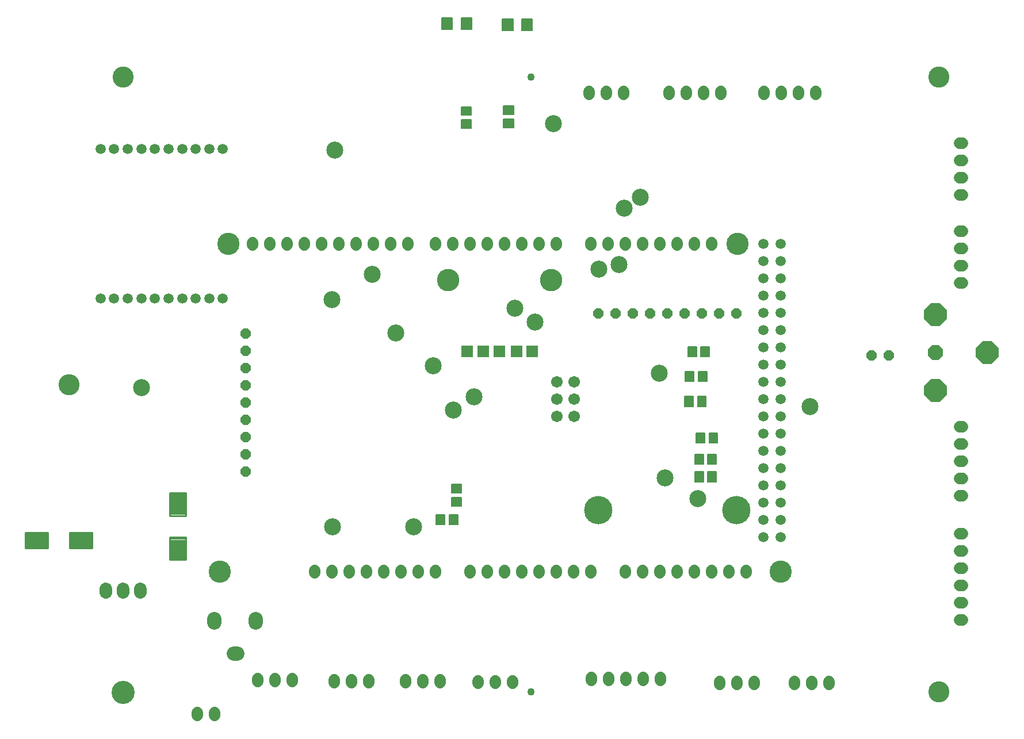
<source format=gts>
G75*
%MOIN*%
%OFA0B0*%
%FSLAX25Y25*%
%IPPOS*%
%LPD*%
%AMOC8*
5,1,8,0,0,1.08239X$1,22.5*
%
%ADD10C,0.12211*%
%ADD11C,0.04337*%
%ADD12OC8,0.08650*%
%ADD13OC8,0.13100*%
%ADD14C,0.05950*%
%ADD15C,0.06800*%
%ADD16C,0.08274*%
%ADD17C,0.07200*%
%ADD18C,0.13400*%
%ADD19C,0.06737*%
%ADD20C,0.06737*%
%ADD21C,0.12900*%
%ADD22OC8,0.05950*%
%ADD23C,0.16400*%
%ADD24C,0.12998*%
%ADD25R,0.07000X0.07000*%
%ADD26C,0.01024*%
%ADD27OC8,0.06000*%
%ADD28C,0.00670*%
%ADD29C,0.00552*%
%ADD30C,0.09849*%
D10*
X0197112Y0099307D03*
X0165616Y0277457D03*
X0197112Y0455606D03*
X0669553Y0455606D03*
X0669553Y0099307D03*
D11*
X0433333Y0099307D03*
X0433333Y0455606D03*
D12*
X0667821Y0296157D03*
D13*
X0667821Y0318157D03*
X0697821Y0296157D03*
X0667821Y0274157D03*
D14*
X0577865Y0279088D03*
X0567865Y0279088D03*
X0567865Y0269088D03*
X0567865Y0259088D03*
X0577865Y0259088D03*
X0577865Y0269088D03*
X0577865Y0249088D03*
X0567865Y0249088D03*
X0567865Y0239088D03*
X0567865Y0229088D03*
X0577865Y0229088D03*
X0577865Y0239088D03*
X0577865Y0219088D03*
X0577865Y0209088D03*
X0567865Y0209088D03*
X0567865Y0219088D03*
X0567865Y0199088D03*
X0577865Y0199088D03*
X0577865Y0189088D03*
X0567865Y0189088D03*
X0567865Y0289088D03*
X0577865Y0289088D03*
X0577865Y0299088D03*
X0567865Y0299088D03*
X0567865Y0309088D03*
X0577865Y0309088D03*
X0577865Y0319088D03*
X0567865Y0319088D03*
X0567865Y0329088D03*
X0577865Y0329088D03*
X0577865Y0339088D03*
X0567865Y0339088D03*
X0567865Y0349088D03*
X0577865Y0349088D03*
X0577865Y0359088D03*
X0567865Y0359088D03*
X0254832Y0327413D03*
X0246958Y0327413D03*
X0239084Y0327413D03*
X0231210Y0327413D03*
X0223336Y0327413D03*
X0215462Y0327413D03*
X0207588Y0327413D03*
X0199714Y0327413D03*
X0191840Y0327413D03*
X0183966Y0327413D03*
X0183966Y0414027D03*
X0191840Y0414027D03*
X0199714Y0414027D03*
X0207588Y0414027D03*
X0215462Y0414027D03*
X0223336Y0414027D03*
X0231210Y0414027D03*
X0239084Y0414027D03*
X0246958Y0414027D03*
X0254832Y0414027D03*
D15*
X0467033Y0445712D02*
X0467033Y0447312D01*
X0477033Y0447312D02*
X0477033Y0445712D01*
X0487033Y0445712D02*
X0487033Y0447312D01*
X0513215Y0447312D02*
X0513215Y0445712D01*
X0523215Y0445712D02*
X0523215Y0447312D01*
X0533215Y0447312D02*
X0533215Y0445712D01*
X0543215Y0445712D02*
X0543215Y0447312D01*
X0568333Y0447312D02*
X0568333Y0445712D01*
X0578333Y0445712D02*
X0578333Y0447312D01*
X0588333Y0447312D02*
X0588333Y0445712D01*
X0598333Y0445712D02*
X0598333Y0447312D01*
X0681706Y0417457D02*
X0683306Y0417457D01*
X0683306Y0407457D02*
X0681706Y0407457D01*
X0681706Y0397457D02*
X0683306Y0397457D01*
X0683306Y0387457D02*
X0681706Y0387457D01*
X0681706Y0366276D02*
X0683306Y0366276D01*
X0683306Y0356276D02*
X0681706Y0356276D01*
X0681706Y0346276D02*
X0683306Y0346276D01*
X0683306Y0336276D02*
X0681706Y0336276D01*
X0681706Y0253165D02*
X0683306Y0253165D01*
X0683306Y0243165D02*
X0681706Y0243165D01*
X0681706Y0233165D02*
X0683306Y0233165D01*
X0683306Y0223165D02*
X0681706Y0223165D01*
X0681706Y0213165D02*
X0683306Y0213165D01*
X0683306Y0191236D02*
X0681706Y0191236D01*
X0681706Y0181236D02*
X0683306Y0181236D01*
X0683306Y0171236D02*
X0681706Y0171236D01*
X0681706Y0161236D02*
X0683306Y0161236D01*
X0683306Y0151236D02*
X0681706Y0151236D01*
X0681706Y0141236D02*
X0683306Y0141236D01*
X0606139Y0105529D02*
X0606139Y0103929D01*
X0596139Y0103929D02*
X0596139Y0105529D01*
X0586139Y0105529D02*
X0586139Y0103929D01*
X0562602Y0103929D02*
X0562602Y0105529D01*
X0552602Y0105529D02*
X0552602Y0103929D01*
X0542602Y0103929D02*
X0542602Y0105529D01*
X0508367Y0106101D02*
X0508367Y0107701D01*
X0498367Y0107701D02*
X0498367Y0106101D01*
X0488367Y0106101D02*
X0488367Y0107701D01*
X0478367Y0107701D02*
X0478367Y0106101D01*
X0468367Y0106101D02*
X0468367Y0107701D01*
X0422665Y0105929D02*
X0422665Y0104329D01*
X0412665Y0104329D02*
X0412665Y0105929D01*
X0402665Y0105929D02*
X0402665Y0104329D01*
X0380665Y0104729D02*
X0380665Y0106329D01*
X0370665Y0106329D02*
X0370665Y0104729D01*
X0360665Y0104729D02*
X0360665Y0106329D01*
X0339465Y0106329D02*
X0339465Y0104729D01*
X0329465Y0104729D02*
X0329465Y0106329D01*
X0319465Y0106329D02*
X0319465Y0104729D01*
X0295065Y0105529D02*
X0295065Y0107129D01*
X0285065Y0107129D02*
X0285065Y0105529D01*
X0275065Y0105529D02*
X0275065Y0107129D01*
X0250144Y0087312D02*
X0250144Y0085712D01*
X0240144Y0085712D02*
X0240144Y0087312D01*
D16*
X0260931Y0121759D02*
X0262900Y0121759D01*
X0273726Y0139672D02*
X0273726Y0141641D01*
X0249711Y0141641D02*
X0249711Y0139672D01*
D17*
X0187029Y0157243D02*
X0187029Y0158943D01*
X0197029Y0158943D02*
X0197029Y0157243D01*
X0207029Y0157243D02*
X0207029Y0158943D01*
D18*
X0197029Y0099093D03*
D19*
X0307865Y0168296D02*
X0307865Y0169880D01*
X0317865Y0169880D02*
X0317865Y0168296D01*
X0327865Y0168296D02*
X0327865Y0169880D01*
X0337865Y0169880D02*
X0337865Y0168296D01*
X0347865Y0168296D02*
X0347865Y0169880D01*
X0357865Y0169880D02*
X0357865Y0168296D01*
X0367865Y0168296D02*
X0367865Y0169880D01*
X0377865Y0169880D02*
X0377865Y0168296D01*
X0397865Y0168296D02*
X0397865Y0169880D01*
X0407865Y0169880D02*
X0407865Y0168296D01*
X0417865Y0168296D02*
X0417865Y0169880D01*
X0427865Y0169880D02*
X0427865Y0168296D01*
X0437865Y0168296D02*
X0437865Y0169880D01*
X0447865Y0169880D02*
X0447865Y0168296D01*
X0457865Y0168296D02*
X0457865Y0169880D01*
X0467865Y0169880D02*
X0467865Y0168296D01*
X0487865Y0168296D02*
X0487865Y0169880D01*
X0497865Y0169880D02*
X0497865Y0168296D01*
X0507865Y0168296D02*
X0507865Y0169880D01*
X0517865Y0169880D02*
X0517865Y0168296D01*
X0527865Y0168296D02*
X0527865Y0169880D01*
X0537865Y0169880D02*
X0537865Y0168296D01*
X0547865Y0168296D02*
X0547865Y0169880D01*
X0557865Y0169880D02*
X0557865Y0168296D01*
X0537865Y0358296D02*
X0537865Y0359880D01*
X0527865Y0359880D02*
X0527865Y0358296D01*
X0517865Y0358296D02*
X0517865Y0359880D01*
X0507865Y0359880D02*
X0507865Y0358296D01*
X0497865Y0358296D02*
X0497865Y0359880D01*
X0487865Y0359880D02*
X0487865Y0358296D01*
X0477865Y0358296D02*
X0477865Y0359880D01*
X0467865Y0359880D02*
X0467865Y0358296D01*
X0447865Y0358296D02*
X0447865Y0359880D01*
X0437865Y0359880D02*
X0437865Y0358296D01*
X0427865Y0358296D02*
X0427865Y0359880D01*
X0417865Y0359880D02*
X0417865Y0358296D01*
X0407865Y0358296D02*
X0407865Y0359880D01*
X0397865Y0359880D02*
X0397865Y0358296D01*
X0387865Y0358296D02*
X0387865Y0359880D01*
X0377865Y0359880D02*
X0377865Y0358296D01*
X0361865Y0358296D02*
X0361865Y0359880D01*
X0351865Y0359880D02*
X0351865Y0358296D01*
X0341865Y0358296D02*
X0341865Y0359880D01*
X0331865Y0359880D02*
X0331865Y0358296D01*
X0321865Y0358296D02*
X0321865Y0359880D01*
X0311865Y0359880D02*
X0311865Y0358296D01*
X0301865Y0358296D02*
X0301865Y0359880D01*
X0291865Y0359880D02*
X0291865Y0358296D01*
X0281865Y0358296D02*
X0281865Y0359880D01*
X0271865Y0359880D02*
X0271865Y0358296D01*
D20*
X0448365Y0279088D03*
X0458365Y0279088D03*
X0458365Y0269088D03*
X0458365Y0259088D03*
X0448365Y0259088D03*
X0448365Y0269088D03*
D21*
X0552865Y0359088D03*
X0577865Y0169088D03*
X0257865Y0359088D03*
X0252865Y0169088D03*
D22*
X0268136Y0227024D03*
X0268136Y0237024D03*
X0268136Y0247024D03*
X0268136Y0257024D03*
X0268136Y0267024D03*
X0268136Y0277024D03*
X0268136Y0287024D03*
X0268136Y0297024D03*
X0268136Y0307024D03*
X0472215Y0318710D03*
X0482215Y0318710D03*
X0492215Y0318710D03*
X0502215Y0318710D03*
X0512215Y0318710D03*
X0522215Y0318710D03*
X0532215Y0318710D03*
X0542215Y0318710D03*
X0552215Y0318710D03*
D23*
X0552215Y0204710D03*
X0472215Y0204710D03*
D24*
X0445081Y0337945D03*
X0385238Y0337945D03*
D25*
X0396262Y0296606D03*
X0405711Y0296606D03*
X0415159Y0296606D03*
X0425002Y0296606D03*
X0434057Y0296606D03*
D26*
X0223999Y0214743D02*
X0223999Y0201587D01*
X0223999Y0214743D02*
X0233217Y0214743D01*
X0233217Y0201587D01*
X0223999Y0201587D01*
X0223999Y0202610D02*
X0233217Y0202610D01*
X0233217Y0203633D02*
X0223999Y0203633D01*
X0223999Y0204656D02*
X0233217Y0204656D01*
X0233217Y0205679D02*
X0223999Y0205679D01*
X0223999Y0206702D02*
X0233217Y0206702D01*
X0233217Y0207725D02*
X0223999Y0207725D01*
X0223999Y0208748D02*
X0233217Y0208748D01*
X0233217Y0209771D02*
X0223999Y0209771D01*
X0223999Y0210794D02*
X0233217Y0210794D01*
X0233217Y0211817D02*
X0223999Y0211817D01*
X0223999Y0212840D02*
X0233217Y0212840D01*
X0233217Y0213863D02*
X0223999Y0213863D01*
X0223999Y0189153D02*
X0223999Y0175997D01*
X0223999Y0189153D02*
X0233217Y0189153D01*
X0233217Y0175997D01*
X0223999Y0175997D01*
X0223999Y0177020D02*
X0233217Y0177020D01*
X0233217Y0178043D02*
X0223999Y0178043D01*
X0223999Y0179066D02*
X0233217Y0179066D01*
X0233217Y0180089D02*
X0223999Y0180089D01*
X0223999Y0181112D02*
X0233217Y0181112D01*
X0233217Y0182135D02*
X0223999Y0182135D01*
X0223999Y0183158D02*
X0233217Y0183158D01*
X0233217Y0184181D02*
X0223999Y0184181D01*
X0223999Y0185204D02*
X0233217Y0185204D01*
X0233217Y0186227D02*
X0223999Y0186227D01*
X0223999Y0187250D02*
X0233217Y0187250D01*
X0233217Y0188273D02*
X0223999Y0188273D01*
X0179084Y0182690D02*
X0165928Y0182690D01*
X0165928Y0191908D01*
X0179084Y0191908D01*
X0179084Y0182690D01*
X0179084Y0183713D02*
X0165928Y0183713D01*
X0165928Y0184736D02*
X0179084Y0184736D01*
X0179084Y0185759D02*
X0165928Y0185759D01*
X0165928Y0186782D02*
X0179084Y0186782D01*
X0179084Y0187805D02*
X0165928Y0187805D01*
X0165928Y0188828D02*
X0179084Y0188828D01*
X0179084Y0189851D02*
X0165928Y0189851D01*
X0165928Y0190874D02*
X0179084Y0190874D01*
X0179084Y0191897D02*
X0165928Y0191897D01*
X0153493Y0182690D02*
X0140337Y0182690D01*
X0140337Y0191908D01*
X0153493Y0191908D01*
X0153493Y0182690D01*
X0153493Y0183713D02*
X0140337Y0183713D01*
X0140337Y0184736D02*
X0153493Y0184736D01*
X0153493Y0185759D02*
X0140337Y0185759D01*
X0140337Y0186782D02*
X0153493Y0186782D01*
X0153493Y0187805D02*
X0140337Y0187805D01*
X0140337Y0188828D02*
X0153493Y0188828D01*
X0153493Y0189851D02*
X0140337Y0189851D01*
X0140337Y0190874D02*
X0153493Y0190874D01*
X0153493Y0191897D02*
X0140337Y0191897D01*
D27*
X0630695Y0294583D03*
X0640695Y0294583D03*
D28*
X0434071Y0482704D02*
X0428043Y0482704D01*
X0428043Y0489532D01*
X0434071Y0489532D01*
X0434071Y0482704D01*
X0434071Y0483373D02*
X0428043Y0483373D01*
X0428043Y0484042D02*
X0434071Y0484042D01*
X0434071Y0484711D02*
X0428043Y0484711D01*
X0428043Y0485380D02*
X0434071Y0485380D01*
X0434071Y0486049D02*
X0428043Y0486049D01*
X0428043Y0486718D02*
X0434071Y0486718D01*
X0434071Y0487387D02*
X0428043Y0487387D01*
X0428043Y0488056D02*
X0434071Y0488056D01*
X0434071Y0488725D02*
X0428043Y0488725D01*
X0428043Y0489394D02*
X0434071Y0489394D01*
X0422874Y0482704D02*
X0416846Y0482704D01*
X0416846Y0489532D01*
X0422874Y0489532D01*
X0422874Y0482704D01*
X0422874Y0483373D02*
X0416846Y0483373D01*
X0416846Y0484042D02*
X0422874Y0484042D01*
X0422874Y0484711D02*
X0416846Y0484711D01*
X0416846Y0485380D02*
X0422874Y0485380D01*
X0422874Y0486049D02*
X0416846Y0486049D01*
X0416846Y0486718D02*
X0422874Y0486718D01*
X0422874Y0487387D02*
X0416846Y0487387D01*
X0416846Y0488056D02*
X0422874Y0488056D01*
X0422874Y0488725D02*
X0416846Y0488725D01*
X0416846Y0489394D02*
X0422874Y0489394D01*
X0399032Y0490123D02*
X0393004Y0490123D01*
X0399032Y0490123D02*
X0399032Y0483295D01*
X0393004Y0483295D01*
X0393004Y0490123D01*
X0393004Y0483964D02*
X0399032Y0483964D01*
X0399032Y0484633D02*
X0393004Y0484633D01*
X0393004Y0485302D02*
X0399032Y0485302D01*
X0399032Y0485971D02*
X0393004Y0485971D01*
X0393004Y0486640D02*
X0399032Y0486640D01*
X0399032Y0487309D02*
X0393004Y0487309D01*
X0393004Y0487978D02*
X0399032Y0487978D01*
X0399032Y0488647D02*
X0393004Y0488647D01*
X0393004Y0489316D02*
X0399032Y0489316D01*
X0399032Y0489985D02*
X0393004Y0489985D01*
X0387835Y0490123D02*
X0381807Y0490123D01*
X0387835Y0490123D02*
X0387835Y0483295D01*
X0381807Y0483295D01*
X0381807Y0490123D01*
X0381807Y0483964D02*
X0387835Y0483964D01*
X0387835Y0484633D02*
X0381807Y0484633D01*
X0381807Y0485302D02*
X0387835Y0485302D01*
X0387835Y0485971D02*
X0381807Y0485971D01*
X0381807Y0486640D02*
X0387835Y0486640D01*
X0387835Y0487309D02*
X0381807Y0487309D01*
X0381807Y0487978D02*
X0387835Y0487978D01*
X0387835Y0488647D02*
X0381807Y0488647D01*
X0381807Y0489316D02*
X0387835Y0489316D01*
X0387835Y0489985D02*
X0381807Y0489985D01*
D29*
X0398808Y0438601D02*
X0398808Y0433635D01*
X0393054Y0433635D01*
X0393054Y0438601D01*
X0398808Y0438601D01*
X0398808Y0434186D02*
X0393054Y0434186D01*
X0393054Y0434737D02*
X0398808Y0434737D01*
X0398808Y0435288D02*
X0393054Y0435288D01*
X0393054Y0435839D02*
X0398808Y0435839D01*
X0398808Y0436390D02*
X0393054Y0436390D01*
X0393054Y0436941D02*
X0398808Y0436941D01*
X0398808Y0437492D02*
X0393054Y0437492D01*
X0393054Y0438043D02*
X0398808Y0438043D01*
X0398808Y0438594D02*
X0393054Y0438594D01*
X0398808Y0431121D02*
X0398808Y0426155D01*
X0393054Y0426155D01*
X0393054Y0431121D01*
X0398808Y0431121D01*
X0398808Y0426706D02*
X0393054Y0426706D01*
X0393054Y0427257D02*
X0398808Y0427257D01*
X0398808Y0427808D02*
X0393054Y0427808D01*
X0393054Y0428359D02*
X0398808Y0428359D01*
X0398808Y0428910D02*
X0393054Y0428910D01*
X0393054Y0429461D02*
X0398808Y0429461D01*
X0398808Y0430012D02*
X0393054Y0430012D01*
X0393054Y0430563D02*
X0398808Y0430563D01*
X0398808Y0431114D02*
X0393054Y0431114D01*
X0423218Y0431514D02*
X0423218Y0426548D01*
X0417464Y0426548D01*
X0417464Y0431514D01*
X0423218Y0431514D01*
X0423218Y0427099D02*
X0417464Y0427099D01*
X0417464Y0427650D02*
X0423218Y0427650D01*
X0423218Y0428201D02*
X0417464Y0428201D01*
X0417464Y0428752D02*
X0423218Y0428752D01*
X0423218Y0429303D02*
X0417464Y0429303D01*
X0417464Y0429854D02*
X0423218Y0429854D01*
X0423218Y0430405D02*
X0417464Y0430405D01*
X0417464Y0430956D02*
X0423218Y0430956D01*
X0423218Y0431507D02*
X0417464Y0431507D01*
X0423218Y0434029D02*
X0423218Y0438995D01*
X0423218Y0434029D02*
X0417464Y0434029D01*
X0417464Y0438995D01*
X0423218Y0438995D01*
X0423218Y0434580D02*
X0417464Y0434580D01*
X0417464Y0435131D02*
X0423218Y0435131D01*
X0423218Y0435682D02*
X0417464Y0435682D01*
X0417464Y0436233D02*
X0423218Y0436233D01*
X0423218Y0436784D02*
X0417464Y0436784D01*
X0417464Y0437335D02*
X0423218Y0437335D01*
X0423218Y0437886D02*
X0417464Y0437886D01*
X0417464Y0438437D02*
X0423218Y0438437D01*
X0423218Y0438988D02*
X0417464Y0438988D01*
X0524354Y0293674D02*
X0529320Y0293674D01*
X0524354Y0293674D02*
X0524354Y0299428D01*
X0529320Y0299428D01*
X0529320Y0293674D01*
X0529320Y0294225D02*
X0524354Y0294225D01*
X0524354Y0294776D02*
X0529320Y0294776D01*
X0529320Y0295327D02*
X0524354Y0295327D01*
X0524354Y0295878D02*
X0529320Y0295878D01*
X0529320Y0296429D02*
X0524354Y0296429D01*
X0524354Y0296980D02*
X0529320Y0296980D01*
X0529320Y0297531D02*
X0524354Y0297531D01*
X0524354Y0298082D02*
X0529320Y0298082D01*
X0529320Y0298633D02*
X0524354Y0298633D01*
X0524354Y0299184D02*
X0529320Y0299184D01*
X0531834Y0293674D02*
X0536800Y0293674D01*
X0531834Y0293674D02*
X0531834Y0299428D01*
X0536800Y0299428D01*
X0536800Y0293674D01*
X0536800Y0294225D02*
X0531834Y0294225D01*
X0531834Y0294776D02*
X0536800Y0294776D01*
X0536800Y0295327D02*
X0531834Y0295327D01*
X0531834Y0295878D02*
X0536800Y0295878D01*
X0536800Y0296429D02*
X0531834Y0296429D01*
X0531834Y0296980D02*
X0536800Y0296980D01*
X0536800Y0297531D02*
X0531834Y0297531D01*
X0531834Y0298082D02*
X0536800Y0298082D01*
X0536800Y0298633D02*
X0531834Y0298633D01*
X0531834Y0299184D02*
X0536800Y0299184D01*
X0535225Y0279501D02*
X0530259Y0279501D01*
X0530259Y0285255D01*
X0535225Y0285255D01*
X0535225Y0279501D01*
X0535225Y0280052D02*
X0530259Y0280052D01*
X0530259Y0280603D02*
X0535225Y0280603D01*
X0535225Y0281154D02*
X0530259Y0281154D01*
X0530259Y0281705D02*
X0535225Y0281705D01*
X0535225Y0282256D02*
X0530259Y0282256D01*
X0530259Y0282807D02*
X0535225Y0282807D01*
X0535225Y0283358D02*
X0530259Y0283358D01*
X0530259Y0283909D02*
X0535225Y0283909D01*
X0535225Y0284460D02*
X0530259Y0284460D01*
X0530259Y0285011D02*
X0535225Y0285011D01*
X0527745Y0279501D02*
X0522779Y0279501D01*
X0522779Y0285255D01*
X0527745Y0285255D01*
X0527745Y0279501D01*
X0527745Y0280052D02*
X0522779Y0280052D01*
X0522779Y0280603D02*
X0527745Y0280603D01*
X0527745Y0281154D02*
X0522779Y0281154D01*
X0522779Y0281705D02*
X0527745Y0281705D01*
X0527745Y0282256D02*
X0522779Y0282256D01*
X0522779Y0282807D02*
X0527745Y0282807D01*
X0527745Y0283358D02*
X0522779Y0283358D01*
X0522779Y0283909D02*
X0527745Y0283909D01*
X0527745Y0284460D02*
X0522779Y0284460D01*
X0522779Y0285011D02*
X0527745Y0285011D01*
X0527351Y0264934D02*
X0522385Y0264934D01*
X0522385Y0270688D01*
X0527351Y0270688D01*
X0527351Y0264934D01*
X0527351Y0265485D02*
X0522385Y0265485D01*
X0522385Y0266036D02*
X0527351Y0266036D01*
X0527351Y0266587D02*
X0522385Y0266587D01*
X0522385Y0267138D02*
X0527351Y0267138D01*
X0527351Y0267689D02*
X0522385Y0267689D01*
X0522385Y0268240D02*
X0527351Y0268240D01*
X0527351Y0268791D02*
X0522385Y0268791D01*
X0522385Y0269342D02*
X0527351Y0269342D01*
X0527351Y0269893D02*
X0522385Y0269893D01*
X0522385Y0270444D02*
X0527351Y0270444D01*
X0529865Y0264934D02*
X0534831Y0264934D01*
X0529865Y0264934D02*
X0529865Y0270688D01*
X0534831Y0270688D01*
X0534831Y0264934D01*
X0534831Y0265485D02*
X0529865Y0265485D01*
X0529865Y0266036D02*
X0534831Y0266036D01*
X0534831Y0266587D02*
X0529865Y0266587D01*
X0529865Y0267138D02*
X0534831Y0267138D01*
X0534831Y0267689D02*
X0529865Y0267689D01*
X0529865Y0268240D02*
X0534831Y0268240D01*
X0534831Y0268791D02*
X0529865Y0268791D01*
X0529865Y0269342D02*
X0534831Y0269342D01*
X0534831Y0269893D02*
X0529865Y0269893D01*
X0529865Y0270444D02*
X0534831Y0270444D01*
X0534044Y0243674D02*
X0529078Y0243674D01*
X0529078Y0249428D01*
X0534044Y0249428D01*
X0534044Y0243674D01*
X0534044Y0244225D02*
X0529078Y0244225D01*
X0529078Y0244776D02*
X0534044Y0244776D01*
X0534044Y0245327D02*
X0529078Y0245327D01*
X0529078Y0245878D02*
X0534044Y0245878D01*
X0534044Y0246429D02*
X0529078Y0246429D01*
X0529078Y0246980D02*
X0534044Y0246980D01*
X0534044Y0247531D02*
X0529078Y0247531D01*
X0529078Y0248082D02*
X0534044Y0248082D01*
X0534044Y0248633D02*
X0529078Y0248633D01*
X0529078Y0249184D02*
X0534044Y0249184D01*
X0536558Y0243674D02*
X0541524Y0243674D01*
X0536558Y0243674D02*
X0536558Y0249428D01*
X0541524Y0249428D01*
X0541524Y0243674D01*
X0541524Y0244225D02*
X0536558Y0244225D01*
X0536558Y0244776D02*
X0541524Y0244776D01*
X0541524Y0245327D02*
X0536558Y0245327D01*
X0536558Y0245878D02*
X0541524Y0245878D01*
X0541524Y0246429D02*
X0536558Y0246429D01*
X0536558Y0246980D02*
X0541524Y0246980D01*
X0541524Y0247531D02*
X0536558Y0247531D01*
X0536558Y0248082D02*
X0541524Y0248082D01*
X0541524Y0248633D02*
X0536558Y0248633D01*
X0536558Y0249184D02*
X0541524Y0249184D01*
X0540737Y0231469D02*
X0535771Y0231469D01*
X0535771Y0237223D01*
X0540737Y0237223D01*
X0540737Y0231469D01*
X0540737Y0232020D02*
X0535771Y0232020D01*
X0535771Y0232571D02*
X0540737Y0232571D01*
X0540737Y0233122D02*
X0535771Y0233122D01*
X0535771Y0233673D02*
X0540737Y0233673D01*
X0540737Y0234224D02*
X0535771Y0234224D01*
X0535771Y0234775D02*
X0540737Y0234775D01*
X0540737Y0235326D02*
X0535771Y0235326D01*
X0535771Y0235877D02*
X0540737Y0235877D01*
X0540737Y0236428D02*
X0535771Y0236428D01*
X0535771Y0236979D02*
X0540737Y0236979D01*
X0533257Y0231469D02*
X0528291Y0231469D01*
X0528291Y0237223D01*
X0533257Y0237223D01*
X0533257Y0231469D01*
X0533257Y0232020D02*
X0528291Y0232020D01*
X0528291Y0232571D02*
X0533257Y0232571D01*
X0533257Y0233122D02*
X0528291Y0233122D01*
X0528291Y0233673D02*
X0533257Y0233673D01*
X0533257Y0234224D02*
X0528291Y0234224D01*
X0528291Y0234775D02*
X0533257Y0234775D01*
X0533257Y0235326D02*
X0528291Y0235326D01*
X0528291Y0235877D02*
X0533257Y0235877D01*
X0533257Y0236428D02*
X0528291Y0236428D01*
X0528291Y0236979D02*
X0533257Y0236979D01*
X0533257Y0221233D02*
X0528291Y0221233D01*
X0528291Y0226987D01*
X0533257Y0226987D01*
X0533257Y0221233D01*
X0533257Y0221784D02*
X0528291Y0221784D01*
X0528291Y0222335D02*
X0533257Y0222335D01*
X0533257Y0222886D02*
X0528291Y0222886D01*
X0528291Y0223437D02*
X0533257Y0223437D01*
X0533257Y0223988D02*
X0528291Y0223988D01*
X0528291Y0224539D02*
X0533257Y0224539D01*
X0533257Y0225090D02*
X0528291Y0225090D01*
X0528291Y0225641D02*
X0533257Y0225641D01*
X0533257Y0226192D02*
X0528291Y0226192D01*
X0528291Y0226743D02*
X0533257Y0226743D01*
X0535771Y0221233D02*
X0540737Y0221233D01*
X0535771Y0221233D02*
X0535771Y0226987D01*
X0540737Y0226987D01*
X0540737Y0221233D01*
X0540737Y0221784D02*
X0535771Y0221784D01*
X0535771Y0222335D02*
X0540737Y0222335D01*
X0540737Y0222886D02*
X0535771Y0222886D01*
X0535771Y0223437D02*
X0540737Y0223437D01*
X0540737Y0223988D02*
X0535771Y0223988D01*
X0535771Y0224539D02*
X0540737Y0224539D01*
X0540737Y0225090D02*
X0535771Y0225090D01*
X0535771Y0225641D02*
X0540737Y0225641D01*
X0540737Y0226192D02*
X0535771Y0226192D01*
X0535771Y0226743D02*
X0540737Y0226743D01*
X0393099Y0219703D02*
X0393099Y0214737D01*
X0387345Y0214737D01*
X0387345Y0219703D01*
X0393099Y0219703D01*
X0393099Y0215288D02*
X0387345Y0215288D01*
X0387345Y0215839D02*
X0393099Y0215839D01*
X0393099Y0216390D02*
X0387345Y0216390D01*
X0387345Y0216941D02*
X0393099Y0216941D01*
X0393099Y0217492D02*
X0387345Y0217492D01*
X0387345Y0218043D02*
X0393099Y0218043D01*
X0393099Y0218594D02*
X0387345Y0218594D01*
X0387345Y0219145D02*
X0393099Y0219145D01*
X0393099Y0219696D02*
X0387345Y0219696D01*
X0393099Y0212223D02*
X0393099Y0207257D01*
X0387345Y0207257D01*
X0387345Y0212223D01*
X0393099Y0212223D01*
X0393099Y0207808D02*
X0387345Y0207808D01*
X0387345Y0208359D02*
X0393099Y0208359D01*
X0393099Y0208910D02*
X0387345Y0208910D01*
X0387345Y0209461D02*
X0393099Y0209461D01*
X0393099Y0210012D02*
X0387345Y0210012D01*
X0387345Y0210563D02*
X0393099Y0210563D01*
X0393099Y0211114D02*
X0387345Y0211114D01*
X0387345Y0211665D02*
X0393099Y0211665D01*
X0393099Y0212216D02*
X0387345Y0212216D01*
X0385968Y0196430D02*
X0390934Y0196430D01*
X0385968Y0196430D02*
X0385968Y0202184D01*
X0390934Y0202184D01*
X0390934Y0196430D01*
X0390934Y0196981D02*
X0385968Y0196981D01*
X0385968Y0197532D02*
X0390934Y0197532D01*
X0390934Y0198083D02*
X0385968Y0198083D01*
X0385968Y0198634D02*
X0390934Y0198634D01*
X0390934Y0199185D02*
X0385968Y0199185D01*
X0385968Y0199736D02*
X0390934Y0199736D01*
X0390934Y0200287D02*
X0385968Y0200287D01*
X0385968Y0200838D02*
X0390934Y0200838D01*
X0390934Y0201389D02*
X0385968Y0201389D01*
X0385968Y0201940D02*
X0390934Y0201940D01*
X0383453Y0196430D02*
X0378487Y0196430D01*
X0378487Y0202184D01*
X0383453Y0202184D01*
X0383453Y0196430D01*
X0383453Y0196981D02*
X0378487Y0196981D01*
X0378487Y0197532D02*
X0383453Y0197532D01*
X0383453Y0198083D02*
X0378487Y0198083D01*
X0378487Y0198634D02*
X0383453Y0198634D01*
X0383453Y0199185D02*
X0378487Y0199185D01*
X0378487Y0199736D02*
X0383453Y0199736D01*
X0383453Y0200287D02*
X0378487Y0200287D01*
X0378487Y0200838D02*
X0383453Y0200838D01*
X0383453Y0201389D02*
X0378487Y0201389D01*
X0378487Y0201940D02*
X0383453Y0201940D01*
D30*
X0365222Y0194976D03*
X0318372Y0194976D03*
X0388451Y0262693D03*
X0400262Y0270567D03*
X0376640Y0288283D03*
X0354986Y0307575D03*
X0341207Y0341433D03*
X0317978Y0326866D03*
X0319553Y0413480D03*
X0423884Y0321748D03*
X0435695Y0313874D03*
X0472703Y0344583D03*
X0484514Y0346945D03*
X0487270Y0379622D03*
X0496719Y0386118D03*
X0446325Y0428835D03*
X0507742Y0284150D03*
X0510892Y0223323D03*
X0530183Y0211512D03*
X0595144Y0264661D03*
X0207742Y0275685D03*
M02*

</source>
